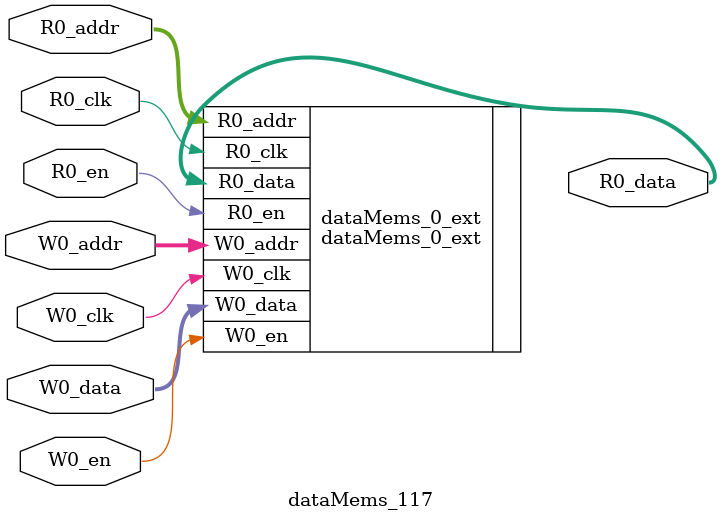
<source format=sv>
`ifndef RANDOMIZE
  `ifdef RANDOMIZE_REG_INIT
    `define RANDOMIZE
  `endif // RANDOMIZE_REG_INIT
`endif // not def RANDOMIZE
`ifndef RANDOMIZE
  `ifdef RANDOMIZE_MEM_INIT
    `define RANDOMIZE
  `endif // RANDOMIZE_MEM_INIT
`endif // not def RANDOMIZE

`ifndef RANDOM
  `define RANDOM $random
`endif // not def RANDOM

// Users can define 'PRINTF_COND' to add an extra gate to prints.
`ifndef PRINTF_COND_
  `ifdef PRINTF_COND
    `define PRINTF_COND_ (`PRINTF_COND)
  `else  // PRINTF_COND
    `define PRINTF_COND_ 1
  `endif // PRINTF_COND
`endif // not def PRINTF_COND_

// Users can define 'ASSERT_VERBOSE_COND' to add an extra gate to assert error printing.
`ifndef ASSERT_VERBOSE_COND_
  `ifdef ASSERT_VERBOSE_COND
    `define ASSERT_VERBOSE_COND_ (`ASSERT_VERBOSE_COND)
  `else  // ASSERT_VERBOSE_COND
    `define ASSERT_VERBOSE_COND_ 1
  `endif // ASSERT_VERBOSE_COND
`endif // not def ASSERT_VERBOSE_COND_

// Users can define 'STOP_COND' to add an extra gate to stop conditions.
`ifndef STOP_COND_
  `ifdef STOP_COND
    `define STOP_COND_ (`STOP_COND)
  `else  // STOP_COND
    `define STOP_COND_ 1
  `endif // STOP_COND
`endif // not def STOP_COND_

// Users can define INIT_RANDOM as general code that gets injected into the
// initializer block for modules with registers.
`ifndef INIT_RANDOM
  `define INIT_RANDOM
`endif // not def INIT_RANDOM

// If using random initialization, you can also define RANDOMIZE_DELAY to
// customize the delay used, otherwise 0.002 is used.
`ifndef RANDOMIZE_DELAY
  `define RANDOMIZE_DELAY 0.002
`endif // not def RANDOMIZE_DELAY

// Define INIT_RANDOM_PROLOG_ for use in our modules below.
`ifndef INIT_RANDOM_PROLOG_
  `ifdef RANDOMIZE
    `ifdef VERILATOR
      `define INIT_RANDOM_PROLOG_ `INIT_RANDOM
    `else  // VERILATOR
      `define INIT_RANDOM_PROLOG_ `INIT_RANDOM #`RANDOMIZE_DELAY begin end
    `endif // VERILATOR
  `else  // RANDOMIZE
    `define INIT_RANDOM_PROLOG_
  `endif // RANDOMIZE
`endif // not def INIT_RANDOM_PROLOG_

// Include register initializers in init blocks unless synthesis is set
`ifndef SYNTHESIS
  `ifndef ENABLE_INITIAL_REG_
    `define ENABLE_INITIAL_REG_
  `endif // not def ENABLE_INITIAL_REG_
`endif // not def SYNTHESIS

// Include rmemory initializers in init blocks unless synthesis is set
`ifndef SYNTHESIS
  `ifndef ENABLE_INITIAL_MEM_
    `define ENABLE_INITIAL_MEM_
  `endif // not def ENABLE_INITIAL_MEM_
`endif // not def SYNTHESIS

module dataMems_117(	// @[generators/ara/src/main/scala/UnsafeAXI4ToTL.scala:365:62]
  input  [4:0]   R0_addr,
  input          R0_en,
  input          R0_clk,
  output [130:0] R0_data,
  input  [4:0]   W0_addr,
  input          W0_en,
  input          W0_clk,
  input  [130:0] W0_data
);

  dataMems_0_ext dataMems_0_ext (	// @[generators/ara/src/main/scala/UnsafeAXI4ToTL.scala:365:62]
    .R0_addr (R0_addr),
    .R0_en   (R0_en),
    .R0_clk  (R0_clk),
    .R0_data (R0_data),
    .W0_addr (W0_addr),
    .W0_en   (W0_en),
    .W0_clk  (W0_clk),
    .W0_data (W0_data)
  );
endmodule


</source>
